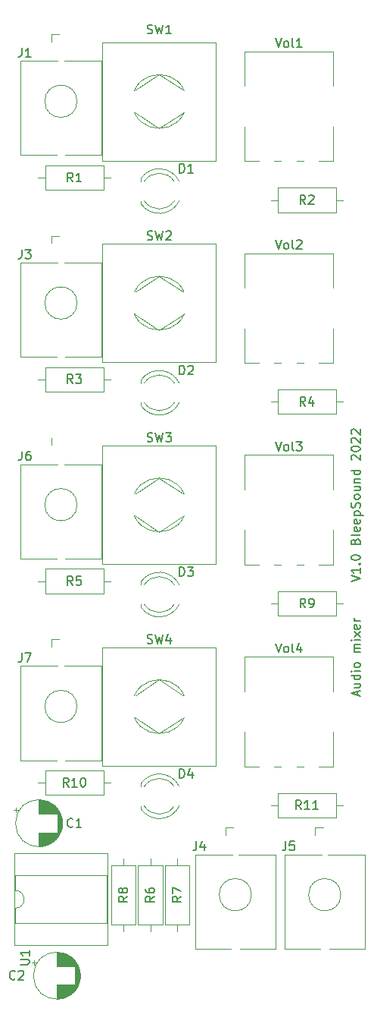
<source format=gto>
G04 #@! TF.GenerationSoftware,KiCad,Pcbnew,6.0.10+dfsg-1~bpo11+1*
G04 #@! TF.CreationDate,2023-01-12T21:33:18+00:00*
G04 #@! TF.ProjectId,Basic-DC-mixer,42617369-632d-4444-932d-6d697865722e,rev?*
G04 #@! TF.SameCoordinates,Original*
G04 #@! TF.FileFunction,Legend,Top*
G04 #@! TF.FilePolarity,Positive*
%FSLAX46Y46*%
G04 Gerber Fmt 4.6, Leading zero omitted, Abs format (unit mm)*
G04 Created by KiCad (PCBNEW 6.0.10+dfsg-1~bpo11+1) date 2023-01-12 21:33:18*
%MOMM*%
%LPD*%
G01*
G04 APERTURE LIST*
%ADD10C,0.150000*%
%ADD11C,0.120000*%
%ADD12C,4.000000*%
%ADD13C,1.800000*%
%ADD14R,1.600000X1.600000*%
%ADD15C,1.600000*%
%ADD16O,3.700000X2.400000*%
%ADD17O,1.600000X1.600000*%
%ADD18R,1.800000X1.800000*%
%ADD19R,1.930000X1.830000*%
%ADD20C,2.130000*%
%ADD21R,1.700000X1.700000*%
%ADD22O,1.700000X1.700000*%
G04 APERTURE END LIST*
D10*
X68666666Y-106261904D02*
X68666666Y-105785714D01*
X68952380Y-106357142D02*
X67952380Y-106023809D01*
X68952380Y-105690476D01*
X68285714Y-104928571D02*
X68952380Y-104928571D01*
X68285714Y-105357142D02*
X68809523Y-105357142D01*
X68904761Y-105309523D01*
X68952380Y-105214285D01*
X68952380Y-105071428D01*
X68904761Y-104976190D01*
X68857142Y-104928571D01*
X68952380Y-104023809D02*
X67952380Y-104023809D01*
X68904761Y-104023809D02*
X68952380Y-104119047D01*
X68952380Y-104309523D01*
X68904761Y-104404761D01*
X68857142Y-104452380D01*
X68761904Y-104500000D01*
X68476190Y-104500000D01*
X68380952Y-104452380D01*
X68333333Y-104404761D01*
X68285714Y-104309523D01*
X68285714Y-104119047D01*
X68333333Y-104023809D01*
X68952380Y-103547619D02*
X68285714Y-103547619D01*
X67952380Y-103547619D02*
X68000000Y-103595238D01*
X68047619Y-103547619D01*
X68000000Y-103500000D01*
X67952380Y-103547619D01*
X68047619Y-103547619D01*
X68952380Y-102928571D02*
X68904761Y-103023809D01*
X68857142Y-103071428D01*
X68761904Y-103119047D01*
X68476190Y-103119047D01*
X68380952Y-103071428D01*
X68333333Y-103023809D01*
X68285714Y-102928571D01*
X68285714Y-102785714D01*
X68333333Y-102690476D01*
X68380952Y-102642857D01*
X68476190Y-102595238D01*
X68761904Y-102595238D01*
X68857142Y-102642857D01*
X68904761Y-102690476D01*
X68952380Y-102785714D01*
X68952380Y-102928571D01*
X68952380Y-101404761D02*
X68285714Y-101404761D01*
X68380952Y-101404761D02*
X68333333Y-101357142D01*
X68285714Y-101261904D01*
X68285714Y-101119047D01*
X68333333Y-101023809D01*
X68428571Y-100976190D01*
X68952380Y-100976190D01*
X68428571Y-100976190D02*
X68333333Y-100928571D01*
X68285714Y-100833333D01*
X68285714Y-100690476D01*
X68333333Y-100595238D01*
X68428571Y-100547619D01*
X68952380Y-100547619D01*
X68952380Y-100071428D02*
X68285714Y-100071428D01*
X67952380Y-100071428D02*
X68000000Y-100119047D01*
X68047619Y-100071428D01*
X68000000Y-100023809D01*
X67952380Y-100071428D01*
X68047619Y-100071428D01*
X68952380Y-99690476D02*
X68285714Y-99166666D01*
X68285714Y-99690476D02*
X68952380Y-99166666D01*
X68904761Y-98404761D02*
X68952380Y-98500000D01*
X68952380Y-98690476D01*
X68904761Y-98785714D01*
X68809523Y-98833333D01*
X68428571Y-98833333D01*
X68333333Y-98785714D01*
X68285714Y-98690476D01*
X68285714Y-98500000D01*
X68333333Y-98404761D01*
X68428571Y-98357142D01*
X68523809Y-98357142D01*
X68619047Y-98833333D01*
X68952380Y-97928571D02*
X68285714Y-97928571D01*
X68476190Y-97928571D02*
X68380952Y-97880952D01*
X68333333Y-97833333D01*
X68285714Y-97738095D01*
X68285714Y-97642857D01*
X67952380Y-93547619D02*
X68952380Y-93214285D01*
X67952380Y-92880952D01*
X68952380Y-92023809D02*
X68952380Y-92595238D01*
X68952380Y-92309523D02*
X67952380Y-92309523D01*
X68095238Y-92404761D01*
X68190476Y-92500000D01*
X68238095Y-92595238D01*
X68857142Y-91595238D02*
X68904761Y-91547619D01*
X68952380Y-91595238D01*
X68904761Y-91642857D01*
X68857142Y-91595238D01*
X68952380Y-91595238D01*
X67952380Y-90928571D02*
X67952380Y-90833333D01*
X68000000Y-90738095D01*
X68047619Y-90690476D01*
X68142857Y-90642857D01*
X68333333Y-90595238D01*
X68571428Y-90595238D01*
X68761904Y-90642857D01*
X68857142Y-90690476D01*
X68904761Y-90738095D01*
X68952380Y-90833333D01*
X68952380Y-90928571D01*
X68904761Y-91023809D01*
X68857142Y-91071428D01*
X68761904Y-91119047D01*
X68571428Y-91166666D01*
X68333333Y-91166666D01*
X68142857Y-91119047D01*
X68047619Y-91071428D01*
X68000000Y-91023809D01*
X67952380Y-90928571D01*
X68428571Y-89071428D02*
X68476190Y-88928571D01*
X68523809Y-88880952D01*
X68619047Y-88833333D01*
X68761904Y-88833333D01*
X68857142Y-88880952D01*
X68904761Y-88928571D01*
X68952380Y-89023809D01*
X68952380Y-89404761D01*
X67952380Y-89404761D01*
X67952380Y-89071428D01*
X68000000Y-88976190D01*
X68047619Y-88928571D01*
X68142857Y-88880952D01*
X68238095Y-88880952D01*
X68333333Y-88928571D01*
X68380952Y-88976190D01*
X68428571Y-89071428D01*
X68428571Y-89404761D01*
X68952380Y-88261904D02*
X68904761Y-88357142D01*
X68809523Y-88404761D01*
X67952380Y-88404761D01*
X68904761Y-87500000D02*
X68952380Y-87595238D01*
X68952380Y-87785714D01*
X68904761Y-87880952D01*
X68809523Y-87928571D01*
X68428571Y-87928571D01*
X68333333Y-87880952D01*
X68285714Y-87785714D01*
X68285714Y-87595238D01*
X68333333Y-87500000D01*
X68428571Y-87452380D01*
X68523809Y-87452380D01*
X68619047Y-87928571D01*
X68904761Y-86642857D02*
X68952380Y-86738095D01*
X68952380Y-86928571D01*
X68904761Y-87023809D01*
X68809523Y-87071428D01*
X68428571Y-87071428D01*
X68333333Y-87023809D01*
X68285714Y-86928571D01*
X68285714Y-86738095D01*
X68333333Y-86642857D01*
X68428571Y-86595238D01*
X68523809Y-86595238D01*
X68619047Y-87071428D01*
X68285714Y-86166666D02*
X69285714Y-86166666D01*
X68333333Y-86166666D02*
X68285714Y-86071428D01*
X68285714Y-85880952D01*
X68333333Y-85785714D01*
X68380952Y-85738095D01*
X68476190Y-85690476D01*
X68761904Y-85690476D01*
X68857142Y-85738095D01*
X68904761Y-85785714D01*
X68952380Y-85880952D01*
X68952380Y-86071428D01*
X68904761Y-86166666D01*
X68904761Y-85309523D02*
X68952380Y-85166666D01*
X68952380Y-84928571D01*
X68904761Y-84833333D01*
X68857142Y-84785714D01*
X68761904Y-84738095D01*
X68666666Y-84738095D01*
X68571428Y-84785714D01*
X68523809Y-84833333D01*
X68476190Y-84928571D01*
X68428571Y-85119047D01*
X68380952Y-85214285D01*
X68333333Y-85261904D01*
X68238095Y-85309523D01*
X68142857Y-85309523D01*
X68047619Y-85261904D01*
X68000000Y-85214285D01*
X67952380Y-85119047D01*
X67952380Y-84880952D01*
X68000000Y-84738095D01*
X68952380Y-84166666D02*
X68904761Y-84261904D01*
X68857142Y-84309523D01*
X68761904Y-84357142D01*
X68476190Y-84357142D01*
X68380952Y-84309523D01*
X68333333Y-84261904D01*
X68285714Y-84166666D01*
X68285714Y-84023809D01*
X68333333Y-83928571D01*
X68380952Y-83880952D01*
X68476190Y-83833333D01*
X68761904Y-83833333D01*
X68857142Y-83880952D01*
X68904761Y-83928571D01*
X68952380Y-84023809D01*
X68952380Y-84166666D01*
X68285714Y-82976190D02*
X68952380Y-82976190D01*
X68285714Y-83404761D02*
X68809523Y-83404761D01*
X68904761Y-83357142D01*
X68952380Y-83261904D01*
X68952380Y-83119047D01*
X68904761Y-83023809D01*
X68857142Y-82976190D01*
X68285714Y-82500000D02*
X68952380Y-82500000D01*
X68380952Y-82500000D02*
X68333333Y-82452380D01*
X68285714Y-82357142D01*
X68285714Y-82214285D01*
X68333333Y-82119047D01*
X68428571Y-82071428D01*
X68952380Y-82071428D01*
X68952380Y-81166666D02*
X67952380Y-81166666D01*
X68904761Y-81166666D02*
X68952380Y-81261904D01*
X68952380Y-81452380D01*
X68904761Y-81547619D01*
X68857142Y-81595238D01*
X68761904Y-81642857D01*
X68476190Y-81642857D01*
X68380952Y-81595238D01*
X68333333Y-81547619D01*
X68285714Y-81452380D01*
X68285714Y-81261904D01*
X68333333Y-81166666D01*
X68047619Y-79976190D02*
X68000000Y-79928571D01*
X67952380Y-79833333D01*
X67952380Y-79595238D01*
X68000000Y-79500000D01*
X68047619Y-79452380D01*
X68142857Y-79404761D01*
X68238095Y-79404761D01*
X68380952Y-79452380D01*
X68952380Y-80023809D01*
X68952380Y-79404761D01*
X67952380Y-78785714D02*
X67952380Y-78690476D01*
X68000000Y-78595238D01*
X68047619Y-78547619D01*
X68142857Y-78500000D01*
X68333333Y-78452380D01*
X68571428Y-78452380D01*
X68761904Y-78500000D01*
X68857142Y-78547619D01*
X68904761Y-78595238D01*
X68952380Y-78690476D01*
X68952380Y-78785714D01*
X68904761Y-78880952D01*
X68857142Y-78928571D01*
X68761904Y-78976190D01*
X68571428Y-79023809D01*
X68333333Y-79023809D01*
X68142857Y-78976190D01*
X68047619Y-78928571D01*
X68000000Y-78880952D01*
X67952380Y-78785714D01*
X68047619Y-78071428D02*
X68000000Y-78023809D01*
X67952380Y-77928571D01*
X67952380Y-77690476D01*
X68000000Y-77595238D01*
X68047619Y-77547619D01*
X68142857Y-77500000D01*
X68238095Y-77500000D01*
X68380952Y-77547619D01*
X68952380Y-78119047D01*
X68952380Y-77500000D01*
X68047619Y-77119047D02*
X68000000Y-77071428D01*
X67952380Y-76976190D01*
X67952380Y-76738095D01*
X68000000Y-76642857D01*
X68047619Y-76595238D01*
X68142857Y-76547619D01*
X68238095Y-76547619D01*
X68380952Y-76595238D01*
X68952380Y-77166666D01*
X68952380Y-76547619D01*
X59476190Y-77952380D02*
X59809523Y-78952380D01*
X60142857Y-77952380D01*
X60619047Y-78952380D02*
X60523809Y-78904761D01*
X60476190Y-78857142D01*
X60428571Y-78761904D01*
X60428571Y-78476190D01*
X60476190Y-78380952D01*
X60523809Y-78333333D01*
X60619047Y-78285714D01*
X60761904Y-78285714D01*
X60857142Y-78333333D01*
X60904761Y-78380952D01*
X60952380Y-78476190D01*
X60952380Y-78761904D01*
X60904761Y-78857142D01*
X60857142Y-78904761D01*
X60761904Y-78952380D01*
X60619047Y-78952380D01*
X61523809Y-78952380D02*
X61428571Y-78904761D01*
X61380952Y-78809523D01*
X61380952Y-77952380D01*
X61809523Y-77952380D02*
X62428571Y-77952380D01*
X62095238Y-78333333D01*
X62238095Y-78333333D01*
X62333333Y-78380952D01*
X62380952Y-78428571D01*
X62428571Y-78523809D01*
X62428571Y-78761904D01*
X62380952Y-78857142D01*
X62333333Y-78904761D01*
X62238095Y-78952380D01*
X61952380Y-78952380D01*
X61857142Y-78904761D01*
X61809523Y-78857142D01*
X59476190Y-100452380D02*
X59809523Y-101452380D01*
X60142857Y-100452380D01*
X60619047Y-101452380D02*
X60523809Y-101404761D01*
X60476190Y-101357142D01*
X60428571Y-101261904D01*
X60428571Y-100976190D01*
X60476190Y-100880952D01*
X60523809Y-100833333D01*
X60619047Y-100785714D01*
X60761904Y-100785714D01*
X60857142Y-100833333D01*
X60904761Y-100880952D01*
X60952380Y-100976190D01*
X60952380Y-101261904D01*
X60904761Y-101357142D01*
X60857142Y-101404761D01*
X60761904Y-101452380D01*
X60619047Y-101452380D01*
X61523809Y-101452380D02*
X61428571Y-101404761D01*
X61380952Y-101309523D01*
X61380952Y-100452380D01*
X62333333Y-100785714D02*
X62333333Y-101452380D01*
X62095238Y-100404761D02*
X61857142Y-101119047D01*
X62476190Y-101119047D01*
X36833333Y-120857142D02*
X36785714Y-120904761D01*
X36642857Y-120952380D01*
X36547619Y-120952380D01*
X36404761Y-120904761D01*
X36309523Y-120809523D01*
X36261904Y-120714285D01*
X36214285Y-120523809D01*
X36214285Y-120380952D01*
X36261904Y-120190476D01*
X36309523Y-120095238D01*
X36404761Y-120000000D01*
X36547619Y-119952380D01*
X36642857Y-119952380D01*
X36785714Y-120000000D01*
X36833333Y-120047619D01*
X37785714Y-120952380D02*
X37214285Y-120952380D01*
X37500000Y-120952380D02*
X37500000Y-119952380D01*
X37404761Y-120095238D01*
X37309523Y-120190476D01*
X37214285Y-120238095D01*
X45166666Y-100404761D02*
X45309523Y-100452380D01*
X45547619Y-100452380D01*
X45642857Y-100404761D01*
X45690476Y-100357142D01*
X45738095Y-100261904D01*
X45738095Y-100166666D01*
X45690476Y-100071428D01*
X45642857Y-100023809D01*
X45547619Y-99976190D01*
X45357142Y-99928571D01*
X45261904Y-99880952D01*
X45214285Y-99833333D01*
X45166666Y-99738095D01*
X45166666Y-99642857D01*
X45214285Y-99547619D01*
X45261904Y-99500000D01*
X45357142Y-99452380D01*
X45595238Y-99452380D01*
X45738095Y-99500000D01*
X46071428Y-99452380D02*
X46309523Y-100452380D01*
X46500000Y-99738095D01*
X46690476Y-100452380D01*
X46928571Y-99452380D01*
X47738095Y-99785714D02*
X47738095Y-100452380D01*
X47500000Y-99404761D02*
X47261904Y-100119047D01*
X47880952Y-100119047D01*
X42952380Y-128666666D02*
X42476190Y-129000000D01*
X42952380Y-129238095D02*
X41952380Y-129238095D01*
X41952380Y-128857142D01*
X42000000Y-128761904D01*
X42047619Y-128714285D01*
X42142857Y-128666666D01*
X42285714Y-128666666D01*
X42380952Y-128714285D01*
X42428571Y-128761904D01*
X42476190Y-128857142D01*
X42476190Y-129238095D01*
X42380952Y-128095238D02*
X42333333Y-128190476D01*
X42285714Y-128238095D01*
X42190476Y-128285714D01*
X42142857Y-128285714D01*
X42047619Y-128238095D01*
X42000000Y-128190476D01*
X41952380Y-128095238D01*
X41952380Y-127904761D01*
X42000000Y-127809523D01*
X42047619Y-127761904D01*
X42142857Y-127714285D01*
X42190476Y-127714285D01*
X42285714Y-127761904D01*
X42333333Y-127809523D01*
X42380952Y-127904761D01*
X42380952Y-128095238D01*
X42428571Y-128190476D01*
X42476190Y-128238095D01*
X42571428Y-128285714D01*
X42761904Y-128285714D01*
X42857142Y-128238095D01*
X42904761Y-128190476D01*
X42952380Y-128095238D01*
X42952380Y-127904761D01*
X42904761Y-127809523D01*
X42857142Y-127761904D01*
X42761904Y-127714285D01*
X42571428Y-127714285D01*
X42476190Y-127761904D01*
X42428571Y-127809523D01*
X42380952Y-127904761D01*
X48761904Y-70452380D02*
X48761904Y-69452380D01*
X49000000Y-69452380D01*
X49142857Y-69500000D01*
X49238095Y-69595238D01*
X49285714Y-69690476D01*
X49333333Y-69880952D01*
X49333333Y-70023809D01*
X49285714Y-70214285D01*
X49238095Y-70309523D01*
X49142857Y-70404761D01*
X49000000Y-70452380D01*
X48761904Y-70452380D01*
X49714285Y-69547619D02*
X49761904Y-69500000D01*
X49857142Y-69452380D01*
X50095238Y-69452380D01*
X50190476Y-69500000D01*
X50238095Y-69547619D01*
X50285714Y-69642857D01*
X50285714Y-69738095D01*
X50238095Y-69880952D01*
X49666666Y-70452380D01*
X50285714Y-70452380D01*
X62357142Y-118952380D02*
X62023809Y-118476190D01*
X61785714Y-118952380D02*
X61785714Y-117952380D01*
X62166666Y-117952380D01*
X62261904Y-118000000D01*
X62309523Y-118047619D01*
X62357142Y-118142857D01*
X62357142Y-118285714D01*
X62309523Y-118380952D01*
X62261904Y-118428571D01*
X62166666Y-118476190D01*
X61785714Y-118476190D01*
X63309523Y-118952380D02*
X62738095Y-118952380D01*
X63023809Y-118952380D02*
X63023809Y-117952380D01*
X62928571Y-118095238D01*
X62833333Y-118190476D01*
X62738095Y-118238095D01*
X64261904Y-118952380D02*
X63690476Y-118952380D01*
X63976190Y-118952380D02*
X63976190Y-117952380D01*
X63880952Y-118095238D01*
X63785714Y-118190476D01*
X63690476Y-118238095D01*
X62833333Y-96452380D02*
X62500000Y-95976190D01*
X62261904Y-96452380D02*
X62261904Y-95452380D01*
X62642857Y-95452380D01*
X62738095Y-95500000D01*
X62785714Y-95547619D01*
X62833333Y-95642857D01*
X62833333Y-95785714D01*
X62785714Y-95880952D01*
X62738095Y-95928571D01*
X62642857Y-95976190D01*
X62261904Y-95976190D01*
X63309523Y-96452380D02*
X63500000Y-96452380D01*
X63595238Y-96404761D01*
X63642857Y-96357142D01*
X63738095Y-96214285D01*
X63785714Y-96023809D01*
X63785714Y-95642857D01*
X63738095Y-95547619D01*
X63690476Y-95500000D01*
X63595238Y-95452380D01*
X63404761Y-95452380D01*
X63309523Y-95500000D01*
X63261904Y-95547619D01*
X63214285Y-95642857D01*
X63214285Y-95880952D01*
X63261904Y-95976190D01*
X63309523Y-96023809D01*
X63404761Y-96071428D01*
X63595238Y-96071428D01*
X63690476Y-96023809D01*
X63738095Y-95976190D01*
X63785714Y-95880952D01*
X59476190Y-55452380D02*
X59809523Y-56452380D01*
X60142857Y-55452380D01*
X60619047Y-56452380D02*
X60523809Y-56404761D01*
X60476190Y-56357142D01*
X60428571Y-56261904D01*
X60428571Y-55976190D01*
X60476190Y-55880952D01*
X60523809Y-55833333D01*
X60619047Y-55785714D01*
X60761904Y-55785714D01*
X60857142Y-55833333D01*
X60904761Y-55880952D01*
X60952380Y-55976190D01*
X60952380Y-56261904D01*
X60904761Y-56357142D01*
X60857142Y-56404761D01*
X60761904Y-56452380D01*
X60619047Y-56452380D01*
X61523809Y-56452380D02*
X61428571Y-56404761D01*
X61380952Y-56309523D01*
X61380952Y-55452380D01*
X61857142Y-55547619D02*
X61904761Y-55500000D01*
X62000000Y-55452380D01*
X62238095Y-55452380D01*
X62333333Y-55500000D01*
X62380952Y-55547619D01*
X62428571Y-55642857D01*
X62428571Y-55738095D01*
X62380952Y-55880952D01*
X61809523Y-56452380D01*
X62428571Y-56452380D01*
X36833333Y-48952380D02*
X36500000Y-48476190D01*
X36261904Y-48952380D02*
X36261904Y-47952380D01*
X36642857Y-47952380D01*
X36738095Y-48000000D01*
X36785714Y-48047619D01*
X36833333Y-48142857D01*
X36833333Y-48285714D01*
X36785714Y-48380952D01*
X36738095Y-48428571D01*
X36642857Y-48476190D01*
X36261904Y-48476190D01*
X37785714Y-48952380D02*
X37214285Y-48952380D01*
X37500000Y-48952380D02*
X37500000Y-47952380D01*
X37404761Y-48095238D01*
X37309523Y-48190476D01*
X37214285Y-48238095D01*
X36357142Y-116452380D02*
X36023809Y-115976190D01*
X35785714Y-116452380D02*
X35785714Y-115452380D01*
X36166666Y-115452380D01*
X36261904Y-115500000D01*
X36309523Y-115547619D01*
X36357142Y-115642857D01*
X36357142Y-115785714D01*
X36309523Y-115880952D01*
X36261904Y-115928571D01*
X36166666Y-115976190D01*
X35785714Y-115976190D01*
X37309523Y-116452380D02*
X36738095Y-116452380D01*
X37023809Y-116452380D02*
X37023809Y-115452380D01*
X36928571Y-115595238D01*
X36833333Y-115690476D01*
X36738095Y-115738095D01*
X37928571Y-115452380D02*
X38023809Y-115452380D01*
X38119047Y-115500000D01*
X38166666Y-115547619D01*
X38214285Y-115642857D01*
X38261904Y-115833333D01*
X38261904Y-116071428D01*
X38214285Y-116261904D01*
X38166666Y-116357142D01*
X38119047Y-116404761D01*
X38023809Y-116452380D01*
X37928571Y-116452380D01*
X37833333Y-116404761D01*
X37785714Y-116357142D01*
X37738095Y-116261904D01*
X37690476Y-116071428D01*
X37690476Y-115833333D01*
X37738095Y-115642857D01*
X37785714Y-115547619D01*
X37833333Y-115500000D01*
X37928571Y-115452380D01*
X48761904Y-92952380D02*
X48761904Y-91952380D01*
X49000000Y-91952380D01*
X49142857Y-92000000D01*
X49238095Y-92095238D01*
X49285714Y-92190476D01*
X49333333Y-92380952D01*
X49333333Y-92523809D01*
X49285714Y-92714285D01*
X49238095Y-92809523D01*
X49142857Y-92904761D01*
X49000000Y-92952380D01*
X48761904Y-92952380D01*
X49666666Y-91952380D02*
X50285714Y-91952380D01*
X49952380Y-92333333D01*
X50095238Y-92333333D01*
X50190476Y-92380952D01*
X50238095Y-92428571D01*
X50285714Y-92523809D01*
X50285714Y-92761904D01*
X50238095Y-92857142D01*
X50190476Y-92904761D01*
X50095238Y-92952380D01*
X49809523Y-92952380D01*
X49714285Y-92904761D01*
X49666666Y-92857142D01*
X50636666Y-122532380D02*
X50636666Y-123246666D01*
X50589047Y-123389523D01*
X50493809Y-123484761D01*
X50350952Y-123532380D01*
X50255714Y-123532380D01*
X51541428Y-122865714D02*
X51541428Y-123532380D01*
X51303333Y-122484761D02*
X51065238Y-123199047D01*
X51684285Y-123199047D01*
X36833333Y-71452380D02*
X36500000Y-70976190D01*
X36261904Y-71452380D02*
X36261904Y-70452380D01*
X36642857Y-70452380D01*
X36738095Y-70500000D01*
X36785714Y-70547619D01*
X36833333Y-70642857D01*
X36833333Y-70785714D01*
X36785714Y-70880952D01*
X36738095Y-70928571D01*
X36642857Y-70976190D01*
X36261904Y-70976190D01*
X37166666Y-70452380D02*
X37785714Y-70452380D01*
X37452380Y-70833333D01*
X37595238Y-70833333D01*
X37690476Y-70880952D01*
X37738095Y-70928571D01*
X37785714Y-71023809D01*
X37785714Y-71261904D01*
X37738095Y-71357142D01*
X37690476Y-71404761D01*
X37595238Y-71452380D01*
X37309523Y-71452380D01*
X37214285Y-71404761D01*
X37166666Y-71357142D01*
X31136666Y-101532380D02*
X31136666Y-102246666D01*
X31089047Y-102389523D01*
X30993809Y-102484761D01*
X30850952Y-102532380D01*
X30755714Y-102532380D01*
X31517619Y-101532380D02*
X32184285Y-101532380D01*
X31755714Y-102532380D01*
X48952380Y-128666666D02*
X48476190Y-129000000D01*
X48952380Y-129238095D02*
X47952380Y-129238095D01*
X47952380Y-128857142D01*
X48000000Y-128761904D01*
X48047619Y-128714285D01*
X48142857Y-128666666D01*
X48285714Y-128666666D01*
X48380952Y-128714285D01*
X48428571Y-128761904D01*
X48476190Y-128857142D01*
X48476190Y-129238095D01*
X47952380Y-128333333D02*
X47952380Y-127666666D01*
X48952380Y-128095238D01*
X45166666Y-32404761D02*
X45309523Y-32452380D01*
X45547619Y-32452380D01*
X45642857Y-32404761D01*
X45690476Y-32357142D01*
X45738095Y-32261904D01*
X45738095Y-32166666D01*
X45690476Y-32071428D01*
X45642857Y-32023809D01*
X45547619Y-31976190D01*
X45357142Y-31928571D01*
X45261904Y-31880952D01*
X45214285Y-31833333D01*
X45166666Y-31738095D01*
X45166666Y-31642857D01*
X45214285Y-31547619D01*
X45261904Y-31500000D01*
X45357142Y-31452380D01*
X45595238Y-31452380D01*
X45738095Y-31500000D01*
X46071428Y-31452380D02*
X46309523Y-32452380D01*
X46500000Y-31738095D01*
X46690476Y-32452380D01*
X46928571Y-31452380D01*
X47833333Y-32452380D02*
X47261904Y-32452380D01*
X47547619Y-32452380D02*
X47547619Y-31452380D01*
X47452380Y-31595238D01*
X47357142Y-31690476D01*
X47261904Y-31738095D01*
X59476190Y-32952380D02*
X59809523Y-33952380D01*
X60142857Y-32952380D01*
X60619047Y-33952380D02*
X60523809Y-33904761D01*
X60476190Y-33857142D01*
X60428571Y-33761904D01*
X60428571Y-33476190D01*
X60476190Y-33380952D01*
X60523809Y-33333333D01*
X60619047Y-33285714D01*
X60761904Y-33285714D01*
X60857142Y-33333333D01*
X60904761Y-33380952D01*
X60952380Y-33476190D01*
X60952380Y-33761904D01*
X60904761Y-33857142D01*
X60857142Y-33904761D01*
X60761904Y-33952380D01*
X60619047Y-33952380D01*
X61523809Y-33952380D02*
X61428571Y-33904761D01*
X61380952Y-33809523D01*
X61380952Y-32952380D01*
X62428571Y-33952380D02*
X61857142Y-33952380D01*
X62142857Y-33952380D02*
X62142857Y-32952380D01*
X62047619Y-33095238D01*
X61952380Y-33190476D01*
X61857142Y-33238095D01*
X36833333Y-93952380D02*
X36500000Y-93476190D01*
X36261904Y-93952380D02*
X36261904Y-92952380D01*
X36642857Y-92952380D01*
X36738095Y-93000000D01*
X36785714Y-93047619D01*
X36833333Y-93142857D01*
X36833333Y-93285714D01*
X36785714Y-93380952D01*
X36738095Y-93428571D01*
X36642857Y-93476190D01*
X36261904Y-93476190D01*
X37738095Y-92952380D02*
X37261904Y-92952380D01*
X37214285Y-93428571D01*
X37261904Y-93380952D01*
X37357142Y-93333333D01*
X37595238Y-93333333D01*
X37690476Y-93380952D01*
X37738095Y-93428571D01*
X37785714Y-93523809D01*
X37785714Y-93761904D01*
X37738095Y-93857142D01*
X37690476Y-93904761D01*
X37595238Y-93952380D01*
X37357142Y-93952380D01*
X37261904Y-93904761D01*
X37214285Y-93857142D01*
X48761904Y-115452380D02*
X48761904Y-114452380D01*
X49000000Y-114452380D01*
X49142857Y-114500000D01*
X49238095Y-114595238D01*
X49285714Y-114690476D01*
X49333333Y-114880952D01*
X49333333Y-115023809D01*
X49285714Y-115214285D01*
X49238095Y-115309523D01*
X49142857Y-115404761D01*
X49000000Y-115452380D01*
X48761904Y-115452380D01*
X50190476Y-114785714D02*
X50190476Y-115452380D01*
X49952380Y-114404761D02*
X49714285Y-115119047D01*
X50333333Y-115119047D01*
X62833333Y-73952380D02*
X62500000Y-73476190D01*
X62261904Y-73952380D02*
X62261904Y-72952380D01*
X62642857Y-72952380D01*
X62738095Y-73000000D01*
X62785714Y-73047619D01*
X62833333Y-73142857D01*
X62833333Y-73285714D01*
X62785714Y-73380952D01*
X62738095Y-73428571D01*
X62642857Y-73476190D01*
X62261904Y-73476190D01*
X63690476Y-73285714D02*
X63690476Y-73952380D01*
X63452380Y-72904761D02*
X63214285Y-73619047D01*
X63833333Y-73619047D01*
X62833333Y-51452380D02*
X62500000Y-50976190D01*
X62261904Y-51452380D02*
X62261904Y-50452380D01*
X62642857Y-50452380D01*
X62738095Y-50500000D01*
X62785714Y-50547619D01*
X62833333Y-50642857D01*
X62833333Y-50785714D01*
X62785714Y-50880952D01*
X62738095Y-50928571D01*
X62642857Y-50976190D01*
X62261904Y-50976190D01*
X63214285Y-50547619D02*
X63261904Y-50500000D01*
X63357142Y-50452380D01*
X63595238Y-50452380D01*
X63690476Y-50500000D01*
X63738095Y-50547619D01*
X63785714Y-50642857D01*
X63785714Y-50738095D01*
X63738095Y-50880952D01*
X63166666Y-51452380D01*
X63785714Y-51452380D01*
X31136666Y-56532380D02*
X31136666Y-57246666D01*
X31089047Y-57389523D01*
X30993809Y-57484761D01*
X30850952Y-57532380D01*
X30755714Y-57532380D01*
X31517619Y-56532380D02*
X32136666Y-56532380D01*
X31803333Y-56913333D01*
X31946190Y-56913333D01*
X32041428Y-56960952D01*
X32089047Y-57008571D01*
X32136666Y-57103809D01*
X32136666Y-57341904D01*
X32089047Y-57437142D01*
X32041428Y-57484761D01*
X31946190Y-57532380D01*
X31660476Y-57532380D01*
X31565238Y-57484761D01*
X31517619Y-57437142D01*
X45166666Y-77904761D02*
X45309523Y-77952380D01*
X45547619Y-77952380D01*
X45642857Y-77904761D01*
X45690476Y-77857142D01*
X45738095Y-77761904D01*
X45738095Y-77666666D01*
X45690476Y-77571428D01*
X45642857Y-77523809D01*
X45547619Y-77476190D01*
X45357142Y-77428571D01*
X45261904Y-77380952D01*
X45214285Y-77333333D01*
X45166666Y-77238095D01*
X45166666Y-77142857D01*
X45214285Y-77047619D01*
X45261904Y-77000000D01*
X45357142Y-76952380D01*
X45595238Y-76952380D01*
X45738095Y-77000000D01*
X46071428Y-76952380D02*
X46309523Y-77952380D01*
X46500000Y-77238095D01*
X46690476Y-77952380D01*
X46928571Y-76952380D01*
X47214285Y-76952380D02*
X47833333Y-76952380D01*
X47500000Y-77333333D01*
X47642857Y-77333333D01*
X47738095Y-77380952D01*
X47785714Y-77428571D01*
X47833333Y-77523809D01*
X47833333Y-77761904D01*
X47785714Y-77857142D01*
X47738095Y-77904761D01*
X47642857Y-77952380D01*
X47357142Y-77952380D01*
X47261904Y-77904761D01*
X47214285Y-77857142D01*
X45166666Y-55404761D02*
X45309523Y-55452380D01*
X45547619Y-55452380D01*
X45642857Y-55404761D01*
X45690476Y-55357142D01*
X45738095Y-55261904D01*
X45738095Y-55166666D01*
X45690476Y-55071428D01*
X45642857Y-55023809D01*
X45547619Y-54976190D01*
X45357142Y-54928571D01*
X45261904Y-54880952D01*
X45214285Y-54833333D01*
X45166666Y-54738095D01*
X45166666Y-54642857D01*
X45214285Y-54547619D01*
X45261904Y-54500000D01*
X45357142Y-54452380D01*
X45595238Y-54452380D01*
X45738095Y-54500000D01*
X46071428Y-54452380D02*
X46309523Y-55452380D01*
X46500000Y-54738095D01*
X46690476Y-55452380D01*
X46928571Y-54452380D01*
X47261904Y-54547619D02*
X47309523Y-54500000D01*
X47404761Y-54452380D01*
X47642857Y-54452380D01*
X47738095Y-54500000D01*
X47785714Y-54547619D01*
X47833333Y-54642857D01*
X47833333Y-54738095D01*
X47785714Y-54880952D01*
X47214285Y-55452380D01*
X47833333Y-55452380D01*
X31136666Y-34032380D02*
X31136666Y-34746666D01*
X31089047Y-34889523D01*
X30993809Y-34984761D01*
X30850952Y-35032380D01*
X30755714Y-35032380D01*
X32136666Y-35032380D02*
X31565238Y-35032380D01*
X31850952Y-35032380D02*
X31850952Y-34032380D01*
X31755714Y-34175238D01*
X31660476Y-34270476D01*
X31565238Y-34318095D01*
X45952380Y-128666666D02*
X45476190Y-129000000D01*
X45952380Y-129238095D02*
X44952380Y-129238095D01*
X44952380Y-128857142D01*
X45000000Y-128761904D01*
X45047619Y-128714285D01*
X45142857Y-128666666D01*
X45285714Y-128666666D01*
X45380952Y-128714285D01*
X45428571Y-128761904D01*
X45476190Y-128857142D01*
X45476190Y-129238095D01*
X44952380Y-127809523D02*
X44952380Y-128000000D01*
X45000000Y-128095238D01*
X45047619Y-128142857D01*
X45190476Y-128238095D01*
X45380952Y-128285714D01*
X45761904Y-128285714D01*
X45857142Y-128238095D01*
X45904761Y-128190476D01*
X45952380Y-128095238D01*
X45952380Y-127904761D01*
X45904761Y-127809523D01*
X45857142Y-127761904D01*
X45761904Y-127714285D01*
X45523809Y-127714285D01*
X45428571Y-127761904D01*
X45380952Y-127809523D01*
X45333333Y-127904761D01*
X45333333Y-128095238D01*
X45380952Y-128190476D01*
X45428571Y-128238095D01*
X45523809Y-128285714D01*
X48761904Y-47952380D02*
X48761904Y-46952380D01*
X49000000Y-46952380D01*
X49142857Y-47000000D01*
X49238095Y-47095238D01*
X49285714Y-47190476D01*
X49333333Y-47380952D01*
X49333333Y-47523809D01*
X49285714Y-47714285D01*
X49238095Y-47809523D01*
X49142857Y-47904761D01*
X49000000Y-47952380D01*
X48761904Y-47952380D01*
X50285714Y-47952380D02*
X49714285Y-47952380D01*
X50000000Y-47952380D02*
X50000000Y-46952380D01*
X49904761Y-47095238D01*
X49809523Y-47190476D01*
X49714285Y-47238095D01*
X30378221Y-137857142D02*
X30330602Y-137904761D01*
X30187745Y-137952380D01*
X30092507Y-137952380D01*
X29949649Y-137904761D01*
X29854411Y-137809523D01*
X29806792Y-137714285D01*
X29759173Y-137523809D01*
X29759173Y-137380952D01*
X29806792Y-137190476D01*
X29854411Y-137095238D01*
X29949649Y-137000000D01*
X30092507Y-136952380D01*
X30187745Y-136952380D01*
X30330602Y-137000000D01*
X30378221Y-137047619D01*
X30759173Y-137047619D02*
X30806792Y-137000000D01*
X30902030Y-136952380D01*
X31140126Y-136952380D01*
X31235364Y-137000000D01*
X31282983Y-137047619D01*
X31330602Y-137142857D01*
X31330602Y-137238095D01*
X31282983Y-137380952D01*
X30711554Y-137952380D01*
X31330602Y-137952380D01*
X31136666Y-79032380D02*
X31136666Y-79746666D01*
X31089047Y-79889523D01*
X30993809Y-79984761D01*
X30850952Y-80032380D01*
X30755714Y-80032380D01*
X32041428Y-79032380D02*
X31850952Y-79032380D01*
X31755714Y-79080000D01*
X31708095Y-79127619D01*
X31612857Y-79270476D01*
X31565238Y-79460952D01*
X31565238Y-79841904D01*
X31612857Y-79937142D01*
X31660476Y-79984761D01*
X31755714Y-80032380D01*
X31946190Y-80032380D01*
X32041428Y-79984761D01*
X32089047Y-79937142D01*
X32136666Y-79841904D01*
X32136666Y-79603809D01*
X32089047Y-79508571D01*
X32041428Y-79460952D01*
X31946190Y-79413333D01*
X31755714Y-79413333D01*
X31660476Y-79460952D01*
X31612857Y-79508571D01*
X31565238Y-79603809D01*
X30952380Y-136261904D02*
X31761904Y-136261904D01*
X31857142Y-136214285D01*
X31904761Y-136166666D01*
X31952380Y-136071428D01*
X31952380Y-135880952D01*
X31904761Y-135785714D01*
X31857142Y-135738095D01*
X31761904Y-135690476D01*
X30952380Y-135690476D01*
X31952380Y-134690476D02*
X31952380Y-135261904D01*
X31952380Y-134976190D02*
X30952380Y-134976190D01*
X31095238Y-135071428D01*
X31190476Y-135166666D01*
X31238095Y-135261904D01*
X60636666Y-122532380D02*
X60636666Y-123246666D01*
X60589047Y-123389523D01*
X60493809Y-123484761D01*
X60350952Y-123532380D01*
X60255714Y-123532380D01*
X61589047Y-122532380D02*
X61112857Y-122532380D01*
X61065238Y-123008571D01*
X61112857Y-122960952D01*
X61208095Y-122913333D01*
X61446190Y-122913333D01*
X61541428Y-122960952D01*
X61589047Y-123008571D01*
X61636666Y-123103809D01*
X61636666Y-123341904D01*
X61589047Y-123437142D01*
X61541428Y-123484761D01*
X61446190Y-123532380D01*
X61208095Y-123532380D01*
X61112857Y-123484761D01*
X61065238Y-123437142D01*
D11*
X61871000Y-91670000D02*
X62630000Y-91670000D01*
X56030000Y-79430000D02*
X65970000Y-79430000D01*
X56030000Y-83295000D02*
X56030000Y-79430000D01*
X56030000Y-91670000D02*
X56030000Y-87805000D01*
X65970000Y-91670000D02*
X65970000Y-87805000D01*
X56030000Y-91670000D02*
X57629000Y-91670000D01*
X65970000Y-83295000D02*
X65970000Y-79430000D01*
X64370000Y-91670000D02*
X65970000Y-91670000D01*
X59371000Y-91670000D02*
X60130000Y-91670000D01*
X61871000Y-114170000D02*
X62630000Y-114170000D01*
X64370000Y-114170000D02*
X65970000Y-114170000D01*
X65970000Y-105795000D02*
X65970000Y-101930000D01*
X56030000Y-105795000D02*
X56030000Y-101930000D01*
X56030000Y-114170000D02*
X57629000Y-114170000D01*
X65970000Y-114170000D02*
X65970000Y-110305000D01*
X56030000Y-101930000D02*
X65970000Y-101930000D01*
X56030000Y-114170000D02*
X56030000Y-110305000D01*
X59371000Y-114170000D02*
X60130000Y-114170000D01*
X33644888Y-117989000D02*
X33644888Y-119460000D01*
X33324888Y-117935000D02*
X33324888Y-119460000D01*
X34925888Y-121540000D02*
X34925888Y-122285000D01*
X34765888Y-121540000D02*
X34765888Y-122437000D01*
X35005888Y-121540000D02*
X35005888Y-122199000D01*
X34485888Y-121540000D02*
X34485888Y-122649000D01*
X33644888Y-121540000D02*
X33644888Y-123011000D01*
X33484888Y-121540000D02*
X33484888Y-123043000D01*
X33364888Y-121540000D02*
X33364888Y-123061000D01*
X33284888Y-117931000D02*
X33284888Y-119460000D01*
X35485888Y-119585000D02*
X35485888Y-121415000D01*
X34845888Y-118636000D02*
X34845888Y-119460000D01*
X33244888Y-121540000D02*
X33244888Y-123073000D01*
X33845888Y-121540000D02*
X33845888Y-122955000D01*
X35405888Y-119402000D02*
X35405888Y-121598000D01*
X34725888Y-121540000D02*
X34725888Y-122471000D01*
X35365888Y-119322000D02*
X35365888Y-121678000D01*
X34445888Y-121540000D02*
X34445888Y-122675000D01*
X33845888Y-118045000D02*
X33845888Y-119460000D01*
X33684888Y-117999000D02*
X33684888Y-119460000D01*
X34325888Y-121540000D02*
X34325888Y-122747000D01*
X33805888Y-121540000D02*
X33805888Y-122968000D01*
X33965888Y-121540000D02*
X33965888Y-122914000D01*
X34605888Y-118435000D02*
X34605888Y-119460000D01*
X34565888Y-118405000D02*
X34565888Y-119460000D01*
X33124888Y-117921000D02*
X33124888Y-119460000D01*
X33564888Y-117972000D02*
X33564888Y-119460000D01*
X35045888Y-121540000D02*
X35045888Y-122153000D01*
X35205888Y-119057000D02*
X35205888Y-121943000D01*
X33404888Y-121540000D02*
X33404888Y-123056000D01*
X33204888Y-121540000D02*
X33204888Y-123076000D01*
X33765888Y-121540000D02*
X33765888Y-122980000D01*
X33204888Y-117924000D02*
X33204888Y-119460000D01*
X35285888Y-119181000D02*
X35285888Y-121819000D01*
X33965888Y-118086000D02*
X33965888Y-119460000D01*
X34445888Y-118325000D02*
X34445888Y-119460000D01*
X34525888Y-118378000D02*
X34525888Y-119460000D01*
X33684888Y-121540000D02*
X33684888Y-123001000D01*
X33044888Y-121540000D02*
X33044888Y-123080000D01*
X34685888Y-118496000D02*
X34685888Y-119460000D01*
X34005888Y-118102000D02*
X34005888Y-119460000D01*
X34165888Y-118171000D02*
X34165888Y-119460000D01*
X33604888Y-121540000D02*
X33604888Y-123020000D01*
X33925888Y-121540000D02*
X33925888Y-122928000D01*
X33044888Y-117920000D02*
X33044888Y-119460000D01*
X34405888Y-118300000D02*
X34405888Y-119460000D01*
X34645888Y-118465000D02*
X34645888Y-119460000D01*
X34965888Y-121540000D02*
X34965888Y-122243000D01*
X33805888Y-118032000D02*
X33805888Y-119460000D01*
X33885888Y-118058000D02*
X33885888Y-119460000D01*
X34925888Y-118715000D02*
X34925888Y-119460000D01*
X35005888Y-118801000D02*
X35005888Y-119460000D01*
X35085888Y-118895000D02*
X35085888Y-122105000D01*
X34365888Y-118276000D02*
X34365888Y-119460000D01*
X33084888Y-121540000D02*
X33084888Y-123080000D01*
X35045888Y-118847000D02*
X35045888Y-119460000D01*
X34245888Y-121540000D02*
X34245888Y-122790000D01*
X34325888Y-118253000D02*
X34325888Y-119460000D01*
X34285888Y-121540000D02*
X34285888Y-122768000D01*
X35245888Y-119117000D02*
X35245888Y-121883000D01*
X33765888Y-118020000D02*
X33765888Y-119460000D01*
X34885888Y-121540000D02*
X34885888Y-122326000D01*
X34805888Y-118599000D02*
X34805888Y-119460000D01*
X35125888Y-118946000D02*
X35125888Y-122054000D01*
X34645888Y-121540000D02*
X34645888Y-122535000D01*
X35605888Y-119982000D02*
X35605888Y-121018000D01*
X34805888Y-121540000D02*
X34805888Y-122401000D01*
X34125888Y-121540000D02*
X34125888Y-122848000D01*
X34285888Y-118232000D02*
X34285888Y-119460000D01*
X33724888Y-121540000D02*
X33724888Y-122991000D01*
X33284888Y-121540000D02*
X33284888Y-123069000D01*
X33524888Y-121540000D02*
X33524888Y-123036000D01*
X33364888Y-117939000D02*
X33364888Y-119460000D01*
X33724888Y-118009000D02*
X33724888Y-119460000D01*
X33925888Y-118072000D02*
X33925888Y-119460000D01*
X35645888Y-120216000D02*
X35645888Y-120784000D01*
X33484888Y-117957000D02*
X33484888Y-119460000D01*
X35445888Y-119489000D02*
X35445888Y-121511000D01*
X34405888Y-121540000D02*
X34405888Y-122700000D01*
X35525888Y-119695000D02*
X35525888Y-121305000D01*
X33324888Y-121540000D02*
X33324888Y-123065000D01*
X34485888Y-118351000D02*
X34485888Y-119460000D01*
X35325888Y-119249000D02*
X35325888Y-121751000D01*
X34085888Y-121540000D02*
X34085888Y-122865000D01*
X34245888Y-118210000D02*
X34245888Y-119460000D01*
X34685888Y-121540000D02*
X34685888Y-122504000D01*
X34885888Y-118674000D02*
X34885888Y-119460000D01*
X34565888Y-121540000D02*
X34565888Y-122595000D01*
X34005888Y-121540000D02*
X34005888Y-122898000D01*
X33885888Y-121540000D02*
X33885888Y-122942000D01*
X33524888Y-117964000D02*
X33524888Y-119460000D01*
X34205888Y-118190000D02*
X34205888Y-119460000D01*
X34085888Y-118135000D02*
X34085888Y-119460000D01*
X34765888Y-118563000D02*
X34765888Y-119460000D01*
X34365888Y-121540000D02*
X34365888Y-122724000D01*
X34845888Y-121540000D02*
X34845888Y-122364000D01*
X33604888Y-117980000D02*
X33604888Y-119460000D01*
X34125888Y-118152000D02*
X34125888Y-119460000D01*
X34965888Y-118757000D02*
X34965888Y-119460000D01*
X33164888Y-121540000D02*
X33164888Y-123078000D01*
X34525888Y-121540000D02*
X34525888Y-122622000D01*
X33564888Y-121540000D02*
X33564888Y-123028000D01*
X34165888Y-121540000D02*
X34165888Y-122829000D01*
X33164888Y-117922000D02*
X33164888Y-119460000D01*
X33244888Y-117927000D02*
X33244888Y-119460000D01*
X33084888Y-117920000D02*
X33084888Y-119460000D01*
X33404888Y-117944000D02*
X33404888Y-119460000D01*
X33444888Y-117950000D02*
X33444888Y-119460000D01*
X34045888Y-118118000D02*
X34045888Y-119460000D01*
X34725888Y-118529000D02*
X34725888Y-119460000D01*
X30240113Y-119025000D02*
X30740113Y-119025000D01*
X30490113Y-118775000D02*
X30490113Y-119275000D01*
X33444888Y-121540000D02*
X33444888Y-123050000D01*
X34205888Y-121540000D02*
X34205888Y-122810000D01*
X33124888Y-121540000D02*
X33124888Y-123079000D01*
X34045888Y-121540000D02*
X34045888Y-122882000D01*
X35565888Y-119823000D02*
X35565888Y-121177000D01*
X34605888Y-121540000D02*
X34605888Y-122565000D01*
X35165888Y-119000000D02*
X35165888Y-122000000D01*
X35664888Y-120500000D02*
G75*
G03*
X35664888Y-120500000I-2620000J0D01*
G01*
X40150000Y-100900000D02*
X49850000Y-100900000D01*
X46500000Y-110500000D02*
X43750000Y-108700000D01*
X49250000Y-108700000D02*
X49250000Y-106300000D01*
X40150000Y-113900000D02*
X40150000Y-114100000D01*
X49850000Y-114100000D02*
X40150000Y-114100000D01*
X52850000Y-100900000D02*
X49850000Y-100900000D01*
X46500000Y-104500000D02*
X49250000Y-106300000D01*
X46500000Y-104500000D02*
X43750000Y-106300000D01*
X49250000Y-108700000D02*
X46500000Y-110500000D01*
X52850000Y-114100000D02*
X49850000Y-114100000D01*
X40150000Y-107500000D02*
X40150000Y-100900000D01*
X40150000Y-113500000D02*
X40150000Y-113900000D01*
X40150000Y-107500000D02*
X40150000Y-113500000D01*
X52850000Y-100900000D02*
X52850000Y-114100000D01*
X43750000Y-108700000D02*
X43750000Y-106300000D01*
X49500000Y-107500000D02*
G75*
G03*
X49500000Y-107500000I-3000000J0D01*
G01*
X41130000Y-125230000D02*
X41130000Y-131770000D01*
X42500000Y-132540000D02*
X42500000Y-131770000D01*
X43870000Y-131770000D02*
X43870000Y-125230000D01*
X43870000Y-125230000D02*
X41130000Y-125230000D01*
X41130000Y-131770000D02*
X43870000Y-131770000D01*
X42500000Y-124460000D02*
X42500000Y-125230000D01*
X44435000Y-71101000D02*
X44435000Y-71420000D01*
X44435000Y-73580000D02*
X44435000Y-73899000D01*
X44435000Y-73898749D02*
G75*
G03*
X48738242Y-73580724I2060000J1398749D01*
G01*
X48738242Y-71419276D02*
G75*
G03*
X44435000Y-71101251I-2243242J-1080724D01*
G01*
X44811670Y-73580000D02*
G75*
G03*
X48177713Y-73580961I1683330J1080000D01*
G01*
X48177713Y-71419039D02*
G75*
G03*
X44811670Y-71420000I-1682713J-1080961D01*
G01*
X58960000Y-118500000D02*
X59730000Y-118500000D01*
X59730000Y-119870000D02*
X66270000Y-119870000D01*
X67040000Y-118500000D02*
X66270000Y-118500000D01*
X66270000Y-119870000D02*
X66270000Y-117130000D01*
X66270000Y-117130000D02*
X59730000Y-117130000D01*
X59730000Y-117130000D02*
X59730000Y-119870000D01*
X67040000Y-96000000D02*
X66270000Y-96000000D01*
X66270000Y-97370000D02*
X66270000Y-94630000D01*
X66270000Y-94630000D02*
X59730000Y-94630000D01*
X59730000Y-97370000D02*
X66270000Y-97370000D01*
X58960000Y-96000000D02*
X59730000Y-96000000D01*
X59730000Y-94630000D02*
X59730000Y-97370000D01*
X56030000Y-60795000D02*
X56030000Y-56930000D01*
X56030000Y-69170000D02*
X57629000Y-69170000D01*
X59371000Y-69170000D02*
X60130000Y-69170000D01*
X56030000Y-56930000D02*
X65970000Y-56930000D01*
X61871000Y-69170000D02*
X62630000Y-69170000D01*
X65970000Y-69170000D02*
X65970000Y-65305000D01*
X64370000Y-69170000D02*
X65970000Y-69170000D01*
X65970000Y-60795000D02*
X65970000Y-56930000D01*
X56030000Y-69170000D02*
X56030000Y-65305000D01*
X40270000Y-49870000D02*
X40270000Y-47130000D01*
X33730000Y-49870000D02*
X40270000Y-49870000D01*
X40270000Y-47130000D02*
X33730000Y-47130000D01*
X32960000Y-48500000D02*
X33730000Y-48500000D01*
X33730000Y-47130000D02*
X33730000Y-49870000D01*
X41040000Y-48500000D02*
X40270000Y-48500000D01*
X33730000Y-117370000D02*
X40270000Y-117370000D01*
X33730000Y-114630000D02*
X33730000Y-117370000D01*
X41040000Y-116000000D02*
X40270000Y-116000000D01*
X40270000Y-117370000D02*
X40270000Y-114630000D01*
X40270000Y-114630000D02*
X33730000Y-114630000D01*
X32960000Y-116000000D02*
X33730000Y-116000000D01*
X44435000Y-93601000D02*
X44435000Y-93920000D01*
X44435000Y-96080000D02*
X44435000Y-96399000D01*
X48177713Y-93919039D02*
G75*
G03*
X44811670Y-93920000I-1682713J-1080961D01*
G01*
X44811670Y-96080000D02*
G75*
G03*
X48177713Y-96080961I1683330J1080000D01*
G01*
X48738242Y-93919276D02*
G75*
G03*
X44435000Y-93601251I-2243242J-1080724D01*
G01*
X44435000Y-96398749D02*
G75*
G03*
X48738242Y-96080724I2060000J1398749D01*
G01*
X50500000Y-123980000D02*
X50500000Y-134480000D01*
X59500000Y-134480000D02*
X55500000Y-134480000D01*
X59500000Y-123980000D02*
X59500000Y-134480000D01*
X54650000Y-123980000D02*
X50500000Y-123980000D01*
X59500000Y-123980000D02*
X55350000Y-123980000D01*
X53940000Y-121000000D02*
X54800000Y-121000000D01*
X54500000Y-134480000D02*
X50500000Y-134480000D01*
X53940000Y-121000000D02*
X53940000Y-121800000D01*
X56800000Y-128480000D02*
G75*
G03*
X56800000Y-128480000I-1800000J0D01*
G01*
X32960000Y-71000000D02*
X33730000Y-71000000D01*
X33730000Y-69630000D02*
X33730000Y-72370000D01*
X33730000Y-72370000D02*
X40270000Y-72370000D01*
X41040000Y-71000000D02*
X40270000Y-71000000D01*
X40270000Y-69630000D02*
X33730000Y-69630000D01*
X40270000Y-72370000D02*
X40270000Y-69630000D01*
X34440000Y-100000000D02*
X34440000Y-100800000D01*
X31000000Y-102980000D02*
X31000000Y-113480000D01*
X40000000Y-102980000D02*
X40000000Y-113480000D01*
X40000000Y-102980000D02*
X35850000Y-102980000D01*
X35150000Y-102980000D02*
X31000000Y-102980000D01*
X34440000Y-100000000D02*
X35300000Y-100000000D01*
X35000000Y-113480000D02*
X31000000Y-113480000D01*
X40000000Y-113480000D02*
X36000000Y-113480000D01*
X37300000Y-107480000D02*
G75*
G03*
X37300000Y-107480000I-1800000J0D01*
G01*
X48500000Y-124460000D02*
X48500000Y-125230000D01*
X48500000Y-132540000D02*
X48500000Y-131770000D01*
X47130000Y-131770000D02*
X49870000Y-131770000D01*
X49870000Y-131770000D02*
X49870000Y-125230000D01*
X49870000Y-125230000D02*
X47130000Y-125230000D01*
X47130000Y-125230000D02*
X47130000Y-131770000D01*
X46500000Y-37000000D02*
X49250000Y-38800000D01*
X52850000Y-33400000D02*
X52850000Y-46600000D01*
X40150000Y-40000000D02*
X40150000Y-33400000D01*
X46500000Y-37000000D02*
X43750000Y-38800000D01*
X40150000Y-40000000D02*
X40150000Y-46000000D01*
X40150000Y-46400000D02*
X40150000Y-46600000D01*
X49250000Y-41200000D02*
X49250000Y-38800000D01*
X52850000Y-46600000D02*
X49850000Y-46600000D01*
X49850000Y-46600000D02*
X40150000Y-46600000D01*
X49250000Y-41200000D02*
X46500000Y-43000000D01*
X52850000Y-33400000D02*
X49850000Y-33400000D01*
X40150000Y-33400000D02*
X49850000Y-33400000D01*
X40150000Y-46000000D02*
X40150000Y-46400000D01*
X43750000Y-41200000D02*
X43750000Y-38800000D01*
X46500000Y-43000000D02*
X43750000Y-41200000D01*
X49500000Y-40000000D02*
G75*
G03*
X49500000Y-40000000I-3000000J0D01*
G01*
X56030000Y-34430000D02*
X65970000Y-34430000D01*
X56030000Y-38295000D02*
X56030000Y-34430000D01*
X65970000Y-38295000D02*
X65970000Y-34430000D01*
X56030000Y-46670000D02*
X57629000Y-46670000D01*
X65970000Y-46670000D02*
X65970000Y-42805000D01*
X61871000Y-46670000D02*
X62630000Y-46670000D01*
X59371000Y-46670000D02*
X60130000Y-46670000D01*
X56030000Y-46670000D02*
X56030000Y-42805000D01*
X64370000Y-46670000D02*
X65970000Y-46670000D01*
X32960000Y-93500000D02*
X33730000Y-93500000D01*
X33730000Y-92130000D02*
X33730000Y-94870000D01*
X33730000Y-94870000D02*
X40270000Y-94870000D01*
X40270000Y-92130000D02*
X33730000Y-92130000D01*
X41040000Y-93500000D02*
X40270000Y-93500000D01*
X40270000Y-94870000D02*
X40270000Y-92130000D01*
X44435000Y-116101000D02*
X44435000Y-116420000D01*
X44435000Y-118580000D02*
X44435000Y-118899000D01*
X48177713Y-116419039D02*
G75*
G03*
X44811670Y-116420000I-1682713J-1080961D01*
G01*
X44435000Y-118898749D02*
G75*
G03*
X48738242Y-118580724I2060000J1398749D01*
G01*
X48738242Y-116419276D02*
G75*
G03*
X44435000Y-116101251I-2243242J-1080724D01*
G01*
X44811670Y-118580000D02*
G75*
G03*
X48177713Y-118580961I1683330J1080000D01*
G01*
X67040000Y-73500000D02*
X66270000Y-73500000D01*
X66270000Y-72130000D02*
X59730000Y-72130000D01*
X59730000Y-74870000D02*
X66270000Y-74870000D01*
X58960000Y-73500000D02*
X59730000Y-73500000D01*
X59730000Y-72130000D02*
X59730000Y-74870000D01*
X66270000Y-74870000D02*
X66270000Y-72130000D01*
X67040000Y-51000000D02*
X66270000Y-51000000D01*
X66270000Y-52370000D02*
X66270000Y-49630000D01*
X58960000Y-51000000D02*
X59730000Y-51000000D01*
X59730000Y-52370000D02*
X66270000Y-52370000D01*
X59730000Y-49630000D02*
X59730000Y-52370000D01*
X66270000Y-49630000D02*
X59730000Y-49630000D01*
X34440000Y-55000000D02*
X35300000Y-55000000D01*
X34440000Y-55000000D02*
X34440000Y-55800000D01*
X40000000Y-68480000D02*
X36000000Y-68480000D01*
X31000000Y-57980000D02*
X31000000Y-68480000D01*
X35000000Y-68480000D02*
X31000000Y-68480000D01*
X40000000Y-57980000D02*
X40000000Y-68480000D01*
X40000000Y-57980000D02*
X35850000Y-57980000D01*
X35150000Y-57980000D02*
X31000000Y-57980000D01*
X37300000Y-62480000D02*
G75*
G03*
X37300000Y-62480000I-1800000J0D01*
G01*
X52850000Y-91600000D02*
X49850000Y-91600000D01*
X52850000Y-78400000D02*
X52850000Y-91600000D01*
X52850000Y-78400000D02*
X49850000Y-78400000D01*
X49250000Y-86200000D02*
X49250000Y-83800000D01*
X40150000Y-78400000D02*
X49850000Y-78400000D01*
X46500000Y-82000000D02*
X43750000Y-83800000D01*
X40150000Y-85000000D02*
X40150000Y-91000000D01*
X43750000Y-86200000D02*
X43750000Y-83800000D01*
X46500000Y-88000000D02*
X43750000Y-86200000D01*
X49250000Y-86200000D02*
X46500000Y-88000000D01*
X40150000Y-91000000D02*
X40150000Y-91400000D01*
X40150000Y-91400000D02*
X40150000Y-91600000D01*
X49850000Y-91600000D02*
X40150000Y-91600000D01*
X46500000Y-82000000D02*
X49250000Y-83800000D01*
X40150000Y-85000000D02*
X40150000Y-78400000D01*
X49500000Y-85000000D02*
G75*
G03*
X49500000Y-85000000I-3000000J0D01*
G01*
X46500000Y-59500000D02*
X49250000Y-61300000D01*
X52850000Y-55900000D02*
X49850000Y-55900000D01*
X49850000Y-69100000D02*
X40150000Y-69100000D01*
X43750000Y-63700000D02*
X43750000Y-61300000D01*
X52850000Y-55900000D02*
X52850000Y-69100000D01*
X40150000Y-68900000D02*
X40150000Y-69100000D01*
X40150000Y-68500000D02*
X40150000Y-68900000D01*
X40150000Y-62500000D02*
X40150000Y-55900000D01*
X52850000Y-69100000D02*
X49850000Y-69100000D01*
X49250000Y-63700000D02*
X46500000Y-65500000D01*
X40150000Y-55900000D02*
X49850000Y-55900000D01*
X46500000Y-65500000D02*
X43750000Y-63700000D01*
X46500000Y-59500000D02*
X43750000Y-61300000D01*
X40150000Y-62500000D02*
X40150000Y-68500000D01*
X49250000Y-63700000D02*
X49250000Y-61300000D01*
X49500000Y-62500000D02*
G75*
G03*
X49500000Y-62500000I-3000000J0D01*
G01*
X31000000Y-35480000D02*
X31000000Y-45980000D01*
X40000000Y-35480000D02*
X40000000Y-45980000D01*
X40000000Y-35480000D02*
X35850000Y-35480000D01*
X35150000Y-35480000D02*
X31000000Y-35480000D01*
X34440000Y-32500000D02*
X34440000Y-33300000D01*
X35000000Y-45980000D02*
X31000000Y-45980000D01*
X34440000Y-32500000D02*
X35300000Y-32500000D01*
X40000000Y-45980000D02*
X36000000Y-45980000D01*
X37300000Y-39980000D02*
G75*
G03*
X37300000Y-39980000I-1800000J0D01*
G01*
X46870000Y-125230000D02*
X44130000Y-125230000D01*
X46870000Y-131770000D02*
X46870000Y-125230000D01*
X44130000Y-131770000D02*
X46870000Y-131770000D01*
X44130000Y-125230000D02*
X44130000Y-131770000D01*
X45500000Y-124460000D02*
X45500000Y-125230000D01*
X45500000Y-132540000D02*
X45500000Y-131770000D01*
X44435000Y-48601000D02*
X44435000Y-48920000D01*
X44435000Y-51080000D02*
X44435000Y-51399000D01*
X48177713Y-48919039D02*
G75*
G03*
X44811670Y-48920000I-1682713J-1080961D01*
G01*
X44435000Y-51398749D02*
G75*
G03*
X48738242Y-51080724I2060000J1398749D01*
G01*
X48738242Y-48919276D02*
G75*
G03*
X44435000Y-48601251I-2243242J-1080724D01*
G01*
X44811670Y-51080000D02*
G75*
G03*
X48177713Y-51080961I1683330J1080000D01*
G01*
X35484888Y-138540000D02*
X35484888Y-140043000D01*
X36485888Y-135351000D02*
X36485888Y-136460000D01*
X35284888Y-134931000D02*
X35284888Y-136460000D01*
X36245888Y-135210000D02*
X36245888Y-136460000D01*
X37005888Y-138540000D02*
X37005888Y-139199000D01*
X35805888Y-135032000D02*
X35805888Y-136460000D01*
X36165888Y-138540000D02*
X36165888Y-139829000D01*
X37045888Y-135847000D02*
X37045888Y-136460000D01*
X35765888Y-135020000D02*
X35765888Y-136460000D01*
X35084888Y-138540000D02*
X35084888Y-140080000D01*
X36605888Y-138540000D02*
X36605888Y-139565000D01*
X37405888Y-136402000D02*
X37405888Y-138598000D01*
X36525888Y-135378000D02*
X36525888Y-136460000D01*
X37485888Y-136585000D02*
X37485888Y-138415000D01*
X37245888Y-136117000D02*
X37245888Y-138883000D01*
X35284888Y-138540000D02*
X35284888Y-140069000D01*
X35124888Y-138540000D02*
X35124888Y-140079000D01*
X32490113Y-135775000D02*
X32490113Y-136275000D01*
X35164888Y-138540000D02*
X35164888Y-140078000D01*
X35044888Y-134920000D02*
X35044888Y-136460000D01*
X36005888Y-135102000D02*
X36005888Y-136460000D01*
X35444888Y-138540000D02*
X35444888Y-140050000D01*
X35084888Y-134920000D02*
X35084888Y-136460000D01*
X36365888Y-135276000D02*
X36365888Y-136460000D01*
X36205888Y-135190000D02*
X36205888Y-136460000D01*
X36725888Y-135529000D02*
X36725888Y-136460000D01*
X35564888Y-134972000D02*
X35564888Y-136460000D01*
X35644888Y-138540000D02*
X35644888Y-140011000D01*
X35805888Y-138540000D02*
X35805888Y-139968000D01*
X36445888Y-138540000D02*
X36445888Y-139675000D01*
X36605888Y-135435000D02*
X36605888Y-136460000D01*
X36405888Y-135300000D02*
X36405888Y-136460000D01*
X37285888Y-136181000D02*
X37285888Y-138819000D01*
X36565888Y-135405000D02*
X36565888Y-136460000D01*
X35484888Y-134957000D02*
X35484888Y-136460000D01*
X36245888Y-138540000D02*
X36245888Y-139790000D01*
X36845888Y-135636000D02*
X36845888Y-136460000D01*
X37045888Y-138540000D02*
X37045888Y-139153000D01*
X35925888Y-135072000D02*
X35925888Y-136460000D01*
X35404888Y-134944000D02*
X35404888Y-136460000D01*
X35164888Y-134922000D02*
X35164888Y-136460000D01*
X35324888Y-138540000D02*
X35324888Y-140065000D01*
X36125888Y-138540000D02*
X36125888Y-139848000D01*
X36925888Y-135715000D02*
X36925888Y-136460000D01*
X36205888Y-138540000D02*
X36205888Y-139810000D01*
X36045888Y-138540000D02*
X36045888Y-139882000D01*
X36965888Y-135757000D02*
X36965888Y-136460000D01*
X36365888Y-138540000D02*
X36365888Y-139724000D01*
X35204888Y-138540000D02*
X35204888Y-140076000D01*
X37645888Y-137216000D02*
X37645888Y-137784000D01*
X36925888Y-138540000D02*
X36925888Y-139285000D01*
X35885888Y-138540000D02*
X35885888Y-139942000D01*
X36005888Y-138540000D02*
X36005888Y-139898000D01*
X37365888Y-136322000D02*
X37365888Y-138678000D01*
X35444888Y-134950000D02*
X35444888Y-136460000D01*
X36165888Y-135171000D02*
X36165888Y-136460000D01*
X32240113Y-136025000D02*
X32740113Y-136025000D01*
X36085888Y-138540000D02*
X36085888Y-139865000D01*
X37325888Y-136249000D02*
X37325888Y-138751000D01*
X36645888Y-138540000D02*
X36645888Y-139535000D01*
X35925888Y-138540000D02*
X35925888Y-139928000D01*
X35364888Y-134939000D02*
X35364888Y-136460000D01*
X36885888Y-135674000D02*
X36885888Y-136460000D01*
X36045888Y-135118000D02*
X36045888Y-136460000D01*
X36125888Y-135152000D02*
X36125888Y-136460000D01*
X35244888Y-134927000D02*
X35244888Y-136460000D01*
X36885888Y-138540000D02*
X36885888Y-139326000D01*
X36765888Y-135563000D02*
X36765888Y-136460000D01*
X35765888Y-138540000D02*
X35765888Y-139980000D01*
X36485888Y-138540000D02*
X36485888Y-139649000D01*
X36525888Y-138540000D02*
X36525888Y-139622000D01*
X36325888Y-138540000D02*
X36325888Y-139747000D01*
X35124888Y-134921000D02*
X35124888Y-136460000D01*
X37205888Y-136057000D02*
X37205888Y-138943000D01*
X36845888Y-138540000D02*
X36845888Y-139364000D01*
X36405888Y-138540000D02*
X36405888Y-139700000D01*
X36805888Y-138540000D02*
X36805888Y-139401000D01*
X35845888Y-138540000D02*
X35845888Y-139955000D01*
X35724888Y-138540000D02*
X35724888Y-139991000D01*
X36685888Y-138540000D02*
X36685888Y-139504000D01*
X35364888Y-138540000D02*
X35364888Y-140061000D01*
X37605888Y-136982000D02*
X37605888Y-138018000D01*
X37085888Y-135895000D02*
X37085888Y-139105000D01*
X35044888Y-138540000D02*
X35044888Y-140080000D01*
X36645888Y-135465000D02*
X36645888Y-136460000D01*
X35564888Y-138540000D02*
X35564888Y-140028000D01*
X36565888Y-138540000D02*
X36565888Y-139595000D01*
X35604888Y-134980000D02*
X35604888Y-136460000D01*
X35684888Y-138540000D02*
X35684888Y-140001000D01*
X35404888Y-138540000D02*
X35404888Y-140056000D01*
X36765888Y-138540000D02*
X36765888Y-139437000D01*
X37525888Y-136695000D02*
X37525888Y-138305000D01*
X36725888Y-138540000D02*
X36725888Y-139471000D01*
X37165888Y-136000000D02*
X37165888Y-139000000D01*
X35845888Y-135045000D02*
X35845888Y-136460000D01*
X37005888Y-135801000D02*
X37005888Y-136460000D01*
X36085888Y-135135000D02*
X36085888Y-136460000D01*
X35524888Y-138540000D02*
X35524888Y-140036000D01*
X36685888Y-135496000D02*
X36685888Y-136460000D01*
X35524888Y-134964000D02*
X35524888Y-136460000D01*
X35965888Y-135086000D02*
X35965888Y-136460000D01*
X35644888Y-134989000D02*
X35644888Y-136460000D01*
X35684888Y-134999000D02*
X35684888Y-136460000D01*
X35604888Y-138540000D02*
X35604888Y-140020000D01*
X37125888Y-135946000D02*
X37125888Y-139054000D01*
X35324888Y-134935000D02*
X35324888Y-136460000D01*
X35965888Y-138540000D02*
X35965888Y-139914000D01*
X37445888Y-136489000D02*
X37445888Y-138511000D01*
X35204888Y-134924000D02*
X35204888Y-136460000D01*
X35885888Y-135058000D02*
X35885888Y-136460000D01*
X36965888Y-138540000D02*
X36965888Y-139243000D01*
X36445888Y-135325000D02*
X36445888Y-136460000D01*
X37565888Y-136823000D02*
X37565888Y-138177000D01*
X36285888Y-138540000D02*
X36285888Y-139768000D01*
X36285888Y-135232000D02*
X36285888Y-136460000D01*
X36325888Y-135253000D02*
X36325888Y-136460000D01*
X35724888Y-135009000D02*
X35724888Y-136460000D01*
X35244888Y-138540000D02*
X35244888Y-140073000D01*
X36805888Y-135599000D02*
X36805888Y-136460000D01*
X37664888Y-137500000D02*
G75*
G03*
X37664888Y-137500000I-2620000J0D01*
G01*
X40000000Y-80480000D02*
X35850000Y-80480000D01*
X40000000Y-90980000D02*
X36000000Y-90980000D01*
X34440000Y-77500000D02*
X34440000Y-78300000D01*
X40000000Y-80480000D02*
X40000000Y-90980000D01*
X35000000Y-90980000D02*
X31000000Y-90980000D01*
X31000000Y-80480000D02*
X31000000Y-90980000D01*
X35150000Y-80480000D02*
X31000000Y-80480000D01*
X34440000Y-77500000D02*
X35300000Y-77500000D01*
X37300000Y-84980000D02*
G75*
G03*
X37300000Y-84980000I-1800000J0D01*
G01*
X30370000Y-131640000D02*
X40650000Y-131640000D01*
X40650000Y-126340000D02*
X30370000Y-126340000D01*
X30310000Y-123850000D02*
X30310000Y-134130000D01*
X30310000Y-134130000D02*
X40710000Y-134130000D01*
X40650000Y-131640000D02*
X40650000Y-126340000D01*
X40710000Y-134130000D02*
X40710000Y-123850000D01*
X40710000Y-123850000D02*
X30310000Y-123850000D01*
X30370000Y-129990000D02*
X30370000Y-131640000D01*
X30370000Y-126340000D02*
X30370000Y-127990000D01*
X30370000Y-129990000D02*
G75*
G03*
X30370000Y-127990000I0J1000000D01*
G01*
X69500000Y-123980000D02*
X69500000Y-134480000D01*
X64500000Y-134480000D02*
X60500000Y-134480000D01*
X69500000Y-134480000D02*
X65500000Y-134480000D01*
X69500000Y-123980000D02*
X65350000Y-123980000D01*
X60500000Y-123980000D02*
X60500000Y-134480000D01*
X63940000Y-121000000D02*
X63940000Y-121800000D01*
X64650000Y-123980000D02*
X60500000Y-123980000D01*
X63940000Y-121000000D02*
X64800000Y-121000000D01*
X66800000Y-128480000D02*
G75*
G03*
X66800000Y-128480000I-1800000J0D01*
G01*
%LPC*%
D12*
X65400000Y-85550000D03*
X56600000Y-85550000D03*
D13*
X63500000Y-92550000D03*
X61000000Y-92550000D03*
X58500000Y-92550000D03*
D12*
X65400000Y-108050000D03*
X56600000Y-108050000D03*
D13*
X63500000Y-115050000D03*
X61000000Y-115050000D03*
X58500000Y-115050000D03*
D14*
X32044888Y-120500000D03*
D15*
X34044888Y-120500000D03*
D16*
X44100000Y-102800000D03*
X44100000Y-107500000D03*
X44100000Y-112200000D03*
X48900000Y-102800000D03*
X48900000Y-107500000D03*
X48900000Y-112200000D03*
D15*
X42500000Y-133580000D03*
D17*
X42500000Y-123420000D03*
D18*
X45225000Y-72500000D03*
D13*
X47765000Y-72500000D03*
D15*
X68080000Y-118500000D03*
D17*
X57920000Y-118500000D03*
D15*
X68080000Y-96000000D03*
D17*
X57920000Y-96000000D03*
D12*
X65400000Y-63050000D03*
X56600000Y-63050000D03*
D13*
X63500000Y-70050000D03*
X61000000Y-70050000D03*
X58500000Y-70050000D03*
D15*
X31920000Y-48500000D03*
D17*
X42080000Y-48500000D03*
D15*
X31920000Y-116000000D03*
D17*
X42080000Y-116000000D03*
D18*
X45225000Y-95000000D03*
D13*
X47765000Y-95000000D03*
D19*
X55000000Y-122000000D03*
D20*
X55000000Y-133400000D03*
X55000000Y-125100000D03*
D15*
X31920000Y-71000000D03*
D17*
X42080000Y-71000000D03*
D19*
X35500000Y-101000000D03*
D20*
X35500000Y-112400000D03*
X35500000Y-104100000D03*
D15*
X48500000Y-133580000D03*
D17*
X48500000Y-123420000D03*
D16*
X44100000Y-35300000D03*
X44100000Y-40000000D03*
X44100000Y-44700000D03*
X48900000Y-35300000D03*
X48900000Y-40000000D03*
X48900000Y-44700000D03*
D12*
X56600000Y-40550000D03*
X65400000Y-40550000D03*
D13*
X63500000Y-47550000D03*
X61000000Y-47550000D03*
X58500000Y-47550000D03*
D15*
X31920000Y-93500000D03*
D17*
X42080000Y-93500000D03*
D18*
X45225000Y-117500000D03*
D13*
X47765000Y-117500000D03*
D15*
X68080000Y-73500000D03*
D17*
X57920000Y-73500000D03*
D15*
X68080000Y-51000000D03*
D17*
X57920000Y-51000000D03*
D19*
X35500000Y-56000000D03*
D20*
X35500000Y-67400000D03*
X35500000Y-59100000D03*
D16*
X44100000Y-80300000D03*
X44100000Y-85000000D03*
X44100000Y-89700000D03*
X48900000Y-80300000D03*
X48900000Y-85000000D03*
X48900000Y-89700000D03*
X44100000Y-57800000D03*
X44100000Y-62500000D03*
X44100000Y-67200000D03*
X48900000Y-57800000D03*
X48900000Y-62500000D03*
X48900000Y-67200000D03*
D19*
X35500000Y-33500000D03*
D20*
X35500000Y-44900000D03*
X35500000Y-36600000D03*
D15*
X45500000Y-123420000D03*
D17*
X45500000Y-133580000D03*
D18*
X45225000Y-50000000D03*
D13*
X47765000Y-50000000D03*
D14*
X34044888Y-137500000D03*
D15*
X36044888Y-137500000D03*
D19*
X35500000Y-78500000D03*
D20*
X35500000Y-89900000D03*
X35500000Y-81600000D03*
D14*
X31700000Y-132800000D03*
D17*
X34240000Y-132800000D03*
X36780000Y-132800000D03*
X39320000Y-132800000D03*
X39320000Y-125180000D03*
X36780000Y-125180000D03*
X34240000Y-125180000D03*
X31700000Y-125180000D03*
D19*
X65000000Y-122000000D03*
D20*
X65000000Y-133400000D03*
X65000000Y-125100000D03*
D21*
X43925000Y-136725000D03*
D22*
X43925000Y-139265000D03*
X46465000Y-136725000D03*
X46465000Y-139265000D03*
X49005000Y-136725000D03*
X49005000Y-139265000D03*
X51545000Y-136725000D03*
X51545000Y-139265000D03*
X54085000Y-136725000D03*
X54085000Y-139265000D03*
M02*

</source>
